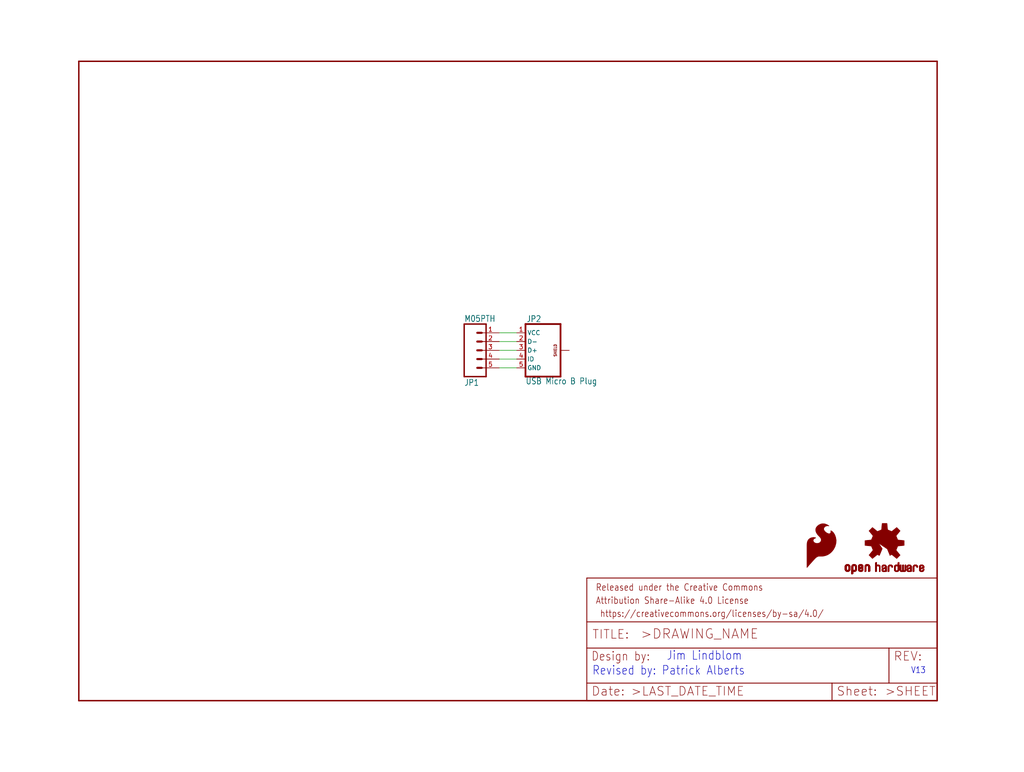
<source format=kicad_sch>
(kicad_sch (version 20211123) (generator eeschema)
  (paper "User" 297.002 223.926)
  (lib_symbols
    (symbol "schematicEagle-eagle-import:FRAME-LETTER"
      (symbol "FRAME-LETTER_2_0"
        (text " https://creativecommons.org/licenses/by-sa/4.0/" (at 2.54 24.13 0) (effects (font (size 1.9304 1.6408)) (justify left bottom)))
        (text ">DRAWING_NAME" (at 15.494 17.78 0) (effects (font (size 2.7432 2.7432)) (justify left bottom)))
        (text ">LAST_DATE_TIME" (at 12.7 1.27 0) (effects (font (size 2.54 2.54)) (justify left bottom)))
        (text ">SHEET" (at 86.36 1.27 0) (effects (font (size 2.54 2.54)) (justify left bottom)))
        (text "Attribution Share-Alike 4.0 License" (at 2.54 27.94 0) (effects (font (size 1.9304 1.6408)) (justify left bottom)))
        (text "Date:" (at 1.27 1.27 0) (effects (font (size 2.54 2.54)) (justify left bottom)))
        (text "Design by:" (at 1.27 11.43 0) (effects (font (size 2.54 2.159)) (justify left bottom)))
        (text "Released under the Creative Commons" (at 2.54 31.75 0) (effects (font (size 1.9304 1.6408)) (justify left bottom)))
        (text "REV:" (at 88.9 11.43 0) (effects (font (size 2.54 2.54)) (justify left bottom)))
        (text "Sheet:" (at 72.39 1.27 0) (effects (font (size 2.54 2.54)) (justify left bottom)))
        (text "TITLE:" (at 1.524 17.78 0) (effects (font (size 2.54 2.54)) (justify left bottom)))
      )
    )
    (symbol "schematicEagle-eagle-import:M05PTH"
      (property "Reference" "JP" (at -2.54 8.382 0))
      (property "Value" "M05PTH" (at -2.54 -10.16 0))
      (symbol "M05PTH_1_0"
        (pin passive line (at 7.62 -5.08 180) (length 5.08) (name "1") (number "1"))
        (pin passive line (at 7.62 -2.54 180) (length 5.08) (name "2") (number "2"))
        (pin passive line (at 7.62 0 180) (length 5.08) (name "3") (number "3"))
        (pin passive line (at 7.62 2.54 180) (length 5.08) (name "4") (number "4"))
        (pin passive line (at 7.62 5.08 180) (length 5.08) (name "5") (number "5"))
      )
    )
    (symbol "schematicEagle-eagle-import:OSHW-LOGOS")
    (symbol "schematicEagle-eagle-import:SFE_LOGO_FLAME.1_INCH")
    (symbol "schematicEagle-eagle-import:USB_MICROB_PLUG-SMT"
      (property "Reference" "JP" (at -4.826 8.128 0))
      (property "Value" "USB_MICROB_PLUG-SMT" (at -5.08 -9.906 0))
      (symbol "USB_MICROB_PLUG-SMT_1_0"
        (text "SHIELD" (at 4.064 0 900) (effects (font (size 0.8128 0.6908)) (justify bottom)))
        (pin bidirectional line (at -7.62 5.08 0) (length 2.54) (name "VCC") (number "1"))
        (pin bidirectional line (at -7.62 2.54 0) (length 2.54) (name "D-") (number "2"))
        (pin bidirectional line (at -7.62 0 0) (length 2.54) (name "D+") (number "3"))
        (pin bidirectional line (at -7.62 -2.54 0) (length 2.54) (name "ID") (number "4"))
        (pin bidirectional line (at -7.62 -5.08 0) (length 2.54) (name "GND") (number "5"))
        (pin bidirectional line (at 7.62 0 180) (length 2.54) (name "SHIELD") (number "P$6"))
      )
    )
  )
  (wire (pts (xy 144.78 106.68) (xy 149.86 106.68)))
  (wire (pts (xy 144.78 101.6) (xy 149.86 101.6)))
  (wire (pts (xy 149.86 96.52) (xy 144.78 96.52)))
  (wire (pts (xy 144.78 104.14) (xy 149.86 104.14)))
  (wire (pts (xy 144.78 99.06) (xy 149.86 99.06)))
  (text "Jim Lindblom" (at 193.294 191.77 180) (effects (font (size 2.54 2.159)) (justify left bottom)))
  (text "V13" (at 264.16 195.58 180) (effects (font (size 1.778 1.5113)) (justify left bottom)))
  (text "Revised by: Patrick Alberts" (at 171.704 196.088 180) (effects (font (size 2.54 2.159)) (justify left bottom)))
  (symbol (lib_id "schematicEagle-eagle-import:OSHW-LOGOS") (at 256.54 157.48 0) (unit 1)
    (property "Reference" "LOGO1" (effects hide))
    (property "Value" "OSHW-LOGOS" (effects hide))
    (property "Footprint" "schematicEagle:OSHW-LOGO-S" (effects hide))
  )
  (symbol (lib_id "schematicEagle-eagle-import:SFE_LOGO_FLAME.1_INCH") (at 233.68 165.1 0) (unit 1)
    (property "Reference" "LOGO2" (effects hide))
    (property "Value" "SFE_LOGO_FLAME.1_INCH" (effects hide))
    (property "Footprint" "schematicEagle:SFE_LOGO_FLAME_.1" (effects hide))
  )
  (symbol (lib_id "schematicEagle-eagle-import:M05PTH") (at 137.16 101.6 0) (mirror x) (unit 1)
    (property "Reference" "JP1" (at 134.62 109.982 0) (effects (font (size 1.778 1.5113)) (justify left bottom)))
    (property "Value" "M05PTH" (at 134.62 91.44 0) (effects (font (size 1.778 1.5113)) (justify left bottom)))
    (property "Footprint" "schematicEagle:1X05" (effects hide))
  )
  (symbol (lib_id "schematicEagle-eagle-import:FRAME-LETTER") (at 170.18 203.2 0) (unit 2)
    (property "Reference" "FRAME1" (effects hide))
    (property "Value" "FRAME-LETTER" (effects hide))
    (property "Footprint" "schematicEagle:CREATIVE_COMMONS" (effects hide))
  )
  (symbol (lib_id "schematicEagle-eagle-import:FRAME-LETTER") (at 22.86 203.2 0) (unit 1)
    (property "Reference" "FRAME1" (effects hide))
    (property "Value" "FRAME-LETTER" (effects hide))
    (property "Footprint" "schematicEagle:CREATIVE_COMMONS" (effects hide))
  )
  (symbol (lib_id "schematicEagle-eagle-import:USB_MICROB_PLUG-SMT") (at 157.48 101.6 0) (unit 1)
    (property "Reference" "JP2" (at 152.654 93.472 0) (effects (font (size 1.778 1.5113)) (justify left bottom)))
    (property "Value" "USB Micro B Plug" (at 152.4 111.506 0) (effects (font (size 1.778 1.5113)) (justify left bottom)))
    (property "Footprint" "schematicEagle:MICRO-B-SMT" (effects hide))
  )
)
</source>
